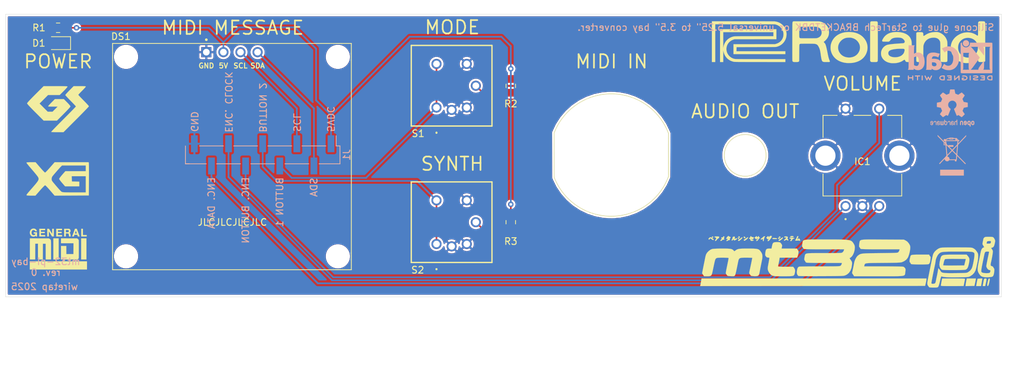
<source format=kicad_pcb>
(kicad_pcb (version 20171130) (host pcbnew "(5.1.6)-1")
  (layers (0 F.Cu signal) (31 B.Cu signal) (34 B.Paste user) (35 F.Paste user) (36 B.SilkS user) (37 F.SilkS user) (38 B.Mask user) (39 F.Mask user) (44 Edge.Cuts user))
  (net 0 "")
  (net 1 GND)
  (net 2 "Net-(D1-Pad2)")
  (net 3 SDA)
  (net 4 SCL)
  (net 5 +5V)
  (net 6 ENC_CLK)
  (net 7 ENC_DAT)
  (net 8 ENC_BTN)
  (net 9 BTN1)
  (net 10 BTN2)
  (net 11 "Net-(R2-Pad2)")
  (net 12 "Net-(R3-Pad2)")
  (module Symbol:WEEE-Logo_4.2x6mm_SilkScreen (layer B.Cu) (at 213.233 92.837 180)
    (fp_text reference REF** hide)
    (fp_text value WEEE-Logo_4.2x6mm_SilkScreen hide)
  )
  (module Symbol:OSHW-Logo2_7.3x6mm_SilkScreen (layer B.Cu) (at 213.2965 85.7885 180)
    (fp_text reference REF** hide)
    (fp_text value OSHW-Logo2_7.3x6mm_SilkScreen hide)
  )
  (module Symbol:KiCad-Logo2_5mm_SilkScreen (layer B.Cu) (at 212.979 78.6765 180)
    (fp_text reference REF** hide)
    (fp_text value KiCad-Logo2_5mm_SilkScreen hide)
  )
  (module SamacSys_Parts:Roland_GS_10mm (layer F.Cu) (at 80.3275 86.0425)
    (fp_text reference G*** hide)
    (fp_text value LOGO hide)
  )
  (module SamacSys_Parts:Yamaha_XG_10mm (layer F.Cu) (at 80.264 96.3295)
    (fp_text reference G*** hide)
    (fp_text value LOGO hide)
  )
  (module SamacSys_Parts:Roland-40mm (layer F.Cu) (at 197.866 76.0095)
    (fp_text reference G*** hide)
    (fp_text value LOGO hide)
  )
  (module SamacSys_Parts:General_MIDI_10mm (layer F.Cu) (at 80.391 106.807)
    (fp_text reference G*** hide)
    (fp_text value LOGO hide)
  )
  (module SamacSys_Parts:mt32-pi-45mm (layer F.Cu) (at 197.993 108.585)
    (fp_text reference G*** hide)
    (fp_text value LOGO hide)
  )
  (module SamacSys_Parts:Schurter_PG12 (layer F.Cu) (at 182.499 88.2015)
    (fp_text reference CON2 hide)
    (fp_text value Schurter_PG12)
  )
  (module SamacSys_Parts:Same_Sky_SD-LS_DIN5 (layer F.Cu) (at 162.6235 82.042)
    (fp_text reference CON1 hide)
    (fp_text value Same_Sky_SD-LS_DIN5)
  )
  (module LED_SMD:LED_0805_2012Metric_Pad1.15x1.40mm_HandSolder (layer F.Cu) (at 80.3185 76.1365 180)
    (fp_text reference D1 (at 2.8665 0) (layer F.SilkS))
    (fp_text value LED_Small)
    (pad 1 smd roundrect (at -1.025 0 180) (size 1.15 1.4) (layers F.Cu F.Paste F.Mask) (roundrect_rratio 0.217391) (net 1 GND))
    (pad 2 smd roundrect (at 1.025 0 180) (size 1.15 1.4) (layers F.Cu F.Paste F.Mask) (roundrect_rratio 0.217391) (net 2 "Net-(D1-Pad2)"))
  )
  (module SamacSys_Parts:LCD_OLED_128X64_1.3_I2C (layer F.Cu) (at 106.172 93.0275)
    (fp_text reference DS1 (at -16.51 -17.885) (layer F.SilkS))
    (fp_text value OLED_128X64_1.3_I2C)
    (pad None np_thru_hole circle (at 15.75 14.85) (size 3 3) (drill 3) (layers *.Cu *.Mask))
    (pad None np_thru_hole circle (at -15.75 14.85) (size 3 3) (drill 3) (layers *.Cu *.Mask))
    (pad None np_thru_hole circle (at -15.75 -14.85) (size 3 3) (drill 3) (layers *.Cu *.Mask))
    (pad None np_thru_hole circle (at 15.75 -14.85) (size 3 3) (drill 3) (layers *.Cu *.Mask))
    (pad 4 thru_hole circle (at 3.81 -15.55) (size 1.508 1.508) (drill 1) (layers *.Cu *.Mask) (net 3 SDA))
    (pad 3 thru_hole circle (at 1.27 -15.55) (size 1.508 1.508) (drill 1) (layers *.Cu *.Mask) (net 4 SCL))
    (pad 2 thru_hole circle (at -1.27 -15.55) (size 1.508 1.508) (drill 1) (layers *.Cu *.Mask) (net 5 +5V))
    (pad 1 thru_hole rect (at -3.81 -15.55) (size 1.508 1.508) (drill 1) (layers *.Cu *.Mask) (net 1 GND))
  )
  (module EC11E18244A5 (layer F.Cu) (at 197.4215 100.3935)
    (fp_text reference IC1 (at 2.5 -6.625) (layer F.SilkS))
    (fp_text value EC11E18244A5 hide)
    (pad A1 thru_hole circle (at 0 0) (size 1.5 1.5) (drill 1) (layers *.Cu *.Mask) (net 6 ENC_CLK))
    (pad B1 thru_hole circle (at 5 0) (size 1.5 1.5) (drill 1) (layers *.Cu *.Mask) (net 7 ENC_DAT))
    (pad C1 thru_hole circle (at 2.5 0) (size 1.5 1.5) (drill 1) (layers *.Cu *.Mask) (net 1 GND))
    (pad D1 thru_hole circle (at 0 -14.5) (size 1.5 1.5) (drill 1) (layers *.Cu *.Mask) (net 1 GND))
    (pad E1 thru_hole circle (at 5 -14.5) (size 1.5 1.5) (drill 1) (layers *.Cu *.Mask) (net 8 ENC_BTN))
    (pad MH1 thru_hole circle (at -3 -7.5) (size 4.503 4.503) (drill 3.00167) (layers *.Cu *.Mask) (net 1 GND))
    (pad MH2 thru_hole circle (at 8 -7.5) (size 4.503 4.503) (drill 3.00167) (layers *.Cu *.Mask) (net 1 GND))
  )
  (module Connector_PinHeader_2.54mm:PinHeader_1x09_P2.54mm_Vertical_SMD_Pin1Right (layer B.Cu) (at 110.744 92.7735 90)
    (fp_text reference J1 (at 0 12.49 90) (layer B.SilkS) (effects (justify mirror)))
    (fp_text value "Main Header")
    (pad 2 smd rect (at -1.655 7.62 90) (size 2.51 1) (layers B.Cu B.Paste B.Mask) (net 3 SDA))
    (pad 4 smd rect (at -1.655 2.54 90) (size 2.51 1) (layers B.Cu B.Paste B.Mask) (net 9 BTN1))
    (pad 6 smd rect (at -1.655 -2.54 90) (size 2.51 1) (layers B.Cu B.Paste B.Mask) (net 8 ENC_BTN))
    (pad 8 smd rect (at -1.655 -7.62 90) (size 2.51 1) (layers B.Cu B.Paste B.Mask) (net 7 ENC_DAT))
    (pad 1 smd rect (at 1.655 10.16 90) (size 2.51 1) (layers B.Cu B.Paste B.Mask) (net 5 +5V))
    (pad 3 smd rect (at 1.655 5.08 90) (size 2.51 1) (layers B.Cu B.Paste B.Mask) (net 4 SCL))
    (pad 5 smd rect (at 1.655 0 90) (size 2.51 1) (layers B.Cu B.Paste B.Mask) (net 10 BTN2))
    (pad 7 smd rect (at 1.655 -5.08 90) (size 2.51 1) (layers B.Cu B.Paste B.Mask) (net 6 ENC_CLK))
    (pad 9 smd rect (at 1.655 -10.16 90) (size 2.51 1) (layers B.Cu B.Paste B.Mask) (net 1 GND))
  )
  (module Resistor_SMD:R_0805_2012Metric_Pad1.15x1.40mm_HandSolder (layer F.Cu) (at 80.3185 73.8505)
    (fp_text reference R1 (at -2.8485 0) (layer F.SilkS))
    (fp_text value R_Small)
    (pad 1 smd roundrect (at -1.025 0) (size 1.15 1.4) (layers F.Cu F.Paste F.Mask) (roundrect_rratio 0.217391) (net 2 "Net-(D1-Pad2)"))
    (pad 2 smd roundrect (at 1.025 0) (size 1.15 1.4) (layers F.Cu F.Paste F.Mask) (roundrect_rratio 0.217391) (net 5 +5V))
  )
  (module Resistor_SMD:R_0805_2012Metric_Pad1.15x1.40mm_HandSolder (layer F.Cu) (at 147.6375 82.4955 270)
    (fp_text reference R2 (at 2.676 0 180) (layer F.SilkS))
    (fp_text value R_Small)
    (pad 1 smd roundrect (at -1.025 0 270) (size 1.15 1.4) (layers F.Cu F.Paste F.Mask) (roundrect_rratio 0.217391) (net 5 +5V))
    (pad 2 smd roundrect (at 1.025 0 270) (size 1.15 1.4) (layers F.Cu F.Paste F.Mask) (roundrect_rratio 0.217391) (net 11 "Net-(R2-Pad2)"))
  )
  (module Resistor_SMD:R_0805_2012Metric_Pad1.15x1.40mm_HandSolder (layer F.Cu) (at 147.6375 102.7975 270)
    (fp_text reference R3 (at 2.8575 0 180) (layer F.SilkS))
    (fp_text value R_Small)
    (pad 2 smd roundrect (at 1.025 0 270) (size 1.15 1.4) (layers F.Cu F.Paste F.Mask) (roundrect_rratio 0.217391) (net 12 "Net-(R3-Pad2)"))
    (pad 1 smd roundrect (at -1.025 0 270) (size 1.15 1.4) (layers F.Cu F.Paste F.Mask) (roundrect_rratio 0.217391) (net 5 +5V))
  )
  (module B3W9010R1N (layer F.Cu) (at 136.5885 85.725 270)
    (fp_text reference S1 (at 3.8735 2.7305 180) (layer F.SilkS))
    (fp_text value B3W-9010-R1N hide)
    (pad 1 thru_hole circle (at 0 0 270) (size 1.5 1.5) (drill 1) (layers *.Cu *.Mask) (net 9 BTN1))
    (pad 2 thru_hole circle (at -6.5 0 270) (size 1.5 1.5) (drill 1) (layers *.Cu *.Mask) (net 9 BTN1))
    (pad 3 thru_hole circle (at 0 -4.5 270) (size 1.5 1.5) (drill 1) (layers *.Cu *.Mask) (net 1 GND))
    (pad 4 thru_hole circle (at -6.5 -4.5 270) (size 1.5 1.5) (drill 1) (layers *.Cu *.Mask) (net 1 GND))
    (pad 5 thru_hole circle (at -3.25 -5.85 270) (size 1.5 1.5) (drill 1) (layers *.Cu *.Mask) (net 11 "Net-(R2-Pad2)"))
    (pad 6 thru_hole circle (at 0.35 -2.25 270) (size 1.5 1.5) (drill 1) (layers *.Cu *.Mask) (net 1 GND))
  )
  (module B3W9010R1N (layer F.Cu) (at 136.5885 106.045 270)
    (fp_text reference S2 (at 3.8735 2.794 180) (layer F.SilkS))
    (fp_text value B3W-9010-R1N hide)
    (pad 6 thru_hole circle (at 0.35 -2.25 270) (size 1.5 1.5) (drill 1) (layers *.Cu *.Mask) (net 1 GND))
    (pad 5 thru_hole circle (at -3.25 -5.85 270) (size 1.5 1.5) (drill 1) (layers *.Cu *.Mask) (net 12 "Net-(R3-Pad2)"))
    (pad 4 thru_hole circle (at -6.5 -4.5 270) (size 1.5 1.5) (drill 1) (layers *.Cu *.Mask) (net 1 GND))
    (pad 3 thru_hole circle (at 0 -4.5 270) (size 1.5 1.5) (drill 1) (layers *.Cu *.Mask) (net 1 GND))
    (pad 2 thru_hole circle (at -6.5 0 270) (size 1.5 1.5) (drill 1) (layers *.Cu *.Mask) (net 10 BTN2))
    (pad 1 thru_hole circle (at 0 0 270) (size 1.5 1.5) (drill 1) (layers *.Cu *.Mask) (net 10 BTN2))
  )
  (gr_text "mt32-pi-bay\nrev. 0" (at 78.486 109.474) (layer B.SilkS) (effects (font (size 1 1)) (justify mirror)))
  (gr_text "wiretap 2025" (at 78.2955 112.395) (layer B.SilkS) (effects (font (size 1 1)) (justify mirror)))
  (gr_text SDA (at 109.982 79.502) (layer F.SilkS) (effects (font (size 0.75 0.75))))
  (gr_text SCL (at 107.442 79.502) (layer F.SilkS) (effects (font (size 0.75 0.75))))
  (gr_text 5V (at 104.902 79.502) (layer F.SilkS) (effects (font (size 0.75 0.75))))
  (gr_text GND (at 102.362 79.502) (layer F.SilkS) (effects (font (size 0.75 0.75))))
  (gr_text JLCJLCJLCJLC (at 106.2355 102.8065) (layer F.SilkS) (effects (font (size 1 1))))
  (gr_text "Silicone glue to StarTech BRACKETDBK or universal 5.25\" to 3.5\" bay converter." (at 188.5315 73.787) (layer B.SilkS) (effects (font (size 1 1)) (justify mirror)))
  (gr_text VOLUME (at 199.9615 82.169) (layer F.SilkS) (effects (font (size 2 2) (thickness 0.25))))
  (gr_text "AUDIO OUT" (at 182.499 86.2965) (layer F.SilkS) (effects (font (size 2 2) (thickness 0.25))))
  (gr_text "MIDI IN" (at 162.6235 78.867) (layer F.SilkS) (effects (font (size 2 2) (thickness 0.25))))
  (gr_line (start 154.1145 96.139) (end 154.098366 89.465192) (layer Edge.Cuts) (width 0.05))
  (gr_line (start 171.037626 96.055622) (end 171.072551 89.5985) (layer Edge.Cuts) (width 0.05))
  (gr_arc (start 162.56 92.837) (end 154.1145 96.139) (angle -137.8558176) (layer Edge.Cuts) (width 0.05))
  (gr_arc (start 162.56 92.7735) (end 171.072551 89.5985) (angle -138.1911798) (layer Edge.Cuts) (width 0.05))
  (gr_circle (center 182.5105 92.837) (end 185.6105 92.837) (layer Edge.Cuts) (width 0.05))
  (gr_text GND (at 100.584 87.8205 270) (layer B.SilkS) (effects (font (size 1 1)) (justify mirror)))
  (gr_text "ENC. DATA" (at 103.124 99.949 90) (layer B.SilkS) (effects (font (size 1 1)) (justify mirror)))
  (gr_text "ENC. CLOCK" (at 105.664 84.8995 270) (layer B.SilkS) (effects (font (size 1 1)) (justify mirror)))
  (gr_text "ENC. BUTTON" (at 108.204 101.0285 90) (layer B.SilkS) (effects (font (size 1 1)) (justify mirror)))
  (gr_text "BUTTON 2" (at 110.744 85.725 270) (layer B.SilkS) (effects (font (size 1 1)) (justify mirror)))
  (gr_text "BUTTON 1" (at 113.284 99.822 90) (layer B.SilkS) (effects (font (size 1 1)) (justify mirror)))
  (gr_text SCL (at 115.824 87.9475 270) (layer B.SilkS) (effects (font (size 1 1)) (justify mirror)))
  (gr_text SDA (at 118.364 97.5995 90) (layer B.SilkS) (effects (font (size 1 1)) (justify mirror)))
  (gr_text 5VDC (at 120.8405 87.4395 270) (layer B.SilkS) (effects (font (size 1 1)) (justify mirror)))
  (gr_text POWER (at 80.3275 78.867) (layer F.SilkS) (effects (font (size 2 2) (thickness 0.25))))
  (gr_text SYNTH (at 138.938 94.107) (layer F.SilkS) (effects (font (size 2 2) (thickness 0.25))))
  (gr_text MODE (at 138.938 73.787) (layer F.SilkS) (effects (font (size 2 2) (thickness 0.25))))
  (gr_text "MIDI MESSAGE" (at 106.299 73.8505) (layer F.SilkS) (effects (font (size 2 2) (thickness 0.25))))
  (gr_line (start 72.517 71.8185) (end 72.517 113.919) (layer Edge.Cuts) (width 0.05))
  (gr_line (start 220.599 71.8185) (end 72.517 71.8185) (layer Edge.Cuts) (width 0.05))
  (gr_line (start 220.599 113.919) (end 220.599 71.8185) (layer Edge.Cuts) (width 0.05))
  (gr_line (start 72.517 113.919) (end 220.599 113.919) (layer Edge.Cuts) (width 0.05))
  (segment (start 79.2935 73.8505) (end 79.2935 76.1365) (width 0.25) (layer F.Cu) (net 2))
  (segment (start 118.364 85.8595) (end 109.982 77.4775) (width 0.25) (layer B.Cu) (net 3))
  (segment (start 118.364 94.4285) (end 118.364 85.8595) (width 0.25) (layer B.Cu) (net 3))
  (segment (start 115.824 85.852) (end 115.824 91.1185) (width 0.25) (layer B.Cu) (net 4))
  (segment (start 107.442 77.4775) (end 107.4495 77.4775) (width 0.25) (layer B.Cu) (net 4))
  (segment (start 107.4495 77.4775) (end 115.824 85.852) (width 0.25) (layer B.Cu) (net 4))
  (via (at 83.058 73.8505) (size 0.8) (drill 0.4) (layers F.Cu B.Cu) (net 5))
  (segment (start 81.3435 73.8505) (end 83.058 73.8505) (width 0.25) (layer F.Cu) (net 5))
  (segment (start 104.902 76.0095) (end 104.902 77.4775) (width 0.25) (layer B.Cu) (net 5))
  (segment (start 83.058 73.8505) (end 102.743 73.8505) (width 0.25) (layer B.Cu) (net 5))
  (segment (start 102.743 73.8505) (end 104.902 76.0095) (width 0.25) (layer B.Cu) (net 5))
  (segment (start 120.904 86.868) (end 118.6815 84.6455) (width 0.25) (layer B.Cu) (net 5))
  (segment (start 120.904 91.1185) (end 120.904 86.868) (width 0.25) (layer B.Cu) (net 5))
  (segment (start 118.6815 84.6455) (end 118.6815 76.962) (width 0.25) (layer B.Cu) (net 5))
  (segment (start 118.6815 76.962) (end 115.5065 73.787) (width 0.25) (layer B.Cu) (net 5))
  (segment (start 107.1245 73.787) (end 104.902 76.0095) (width 0.25) (layer B.Cu) (net 5))
  (segment (start 115.5065 73.787) (end 107.1245 73.787) (width 0.25) (layer B.Cu) (net 5))
  (segment (start 120.904 86.868) (end 128.3335 79.4385) (width 0.25) (layer B.Cu) (net 5))
  (segment (start 128.3335 79.4385) (end 132.588 75.184) (width 0.25) (layer B.Cu) (net 5))
  (segment (start 132.588 75.184) (end 146.2405 75.184) (width 0.25) (layer B.Cu) (net 5))
  (via (at 147.6375 79.9465) (size 0.8) (drill 0.4) (layers F.Cu B.Cu) (net 5))
  (segment (start 146.2405 75.184) (end 147.6375 76.581) (width 0.25) (layer B.Cu) (net 5))
  (segment (start 147.6375 76.581) (end 147.6375 79.9465) (width 0.25) (layer B.Cu) (net 5))
  (segment (start 147.6375 79.9465) (end 147.6375 81.4705) (width 0.25) (layer F.Cu) (net 5))
  (via (at 147.6375 100.1395) (size 0.8) (drill 0.4) (layers F.Cu B.Cu) (net 5))
  (segment (start 147.6375 79.9465) (end 147.6375 100.1395) (width 0.25) (layer B.Cu) (net 5))
  (segment (start 147.6375 100.1395) (end 147.6375 101.7725) (width 0.25) (layer F.Cu) (net 5))
  (segment (start 105.664 96.076911) (end 121.0351 111.448011) (width 0.25) (layer B.Cu) (net 6))
  (segment (start 186.366989 111.448011) (end 197.4215 100.3935) (width 0.25) (layer B.Cu) (net 6))
  (segment (start 105.664 91.1185) (end 105.664 96.076911) (width 0.25) (layer B.Cu) (net 6))
  (segment (start 121.0351 111.448011) (end 186.366989 111.448011) (width 0.25) (layer B.Cu) (net 6))
  (segment (start 103.124 96.0755) (end 118.946521 111.898021) (width 0.25) (layer B.Cu) (net 7))
  (segment (start 103.124 94.4285) (end 103.124 96.0755) (width 0.25) (layer B.Cu) (net 7))
  (segment (start 190.916979 111.898021) (end 202.4215 100.3935) (width 0.25) (layer B.Cu) (net 7))
  (segment (start 118.946521 111.898021) (end 190.916979 111.898021) (width 0.25) (layer B.Cu) (net 7))
  (segment (start 202.4215 91.012) (end 202.4215 85.8935) (width 0.25) (layer B.Cu) (net 8))
  (segment (start 196.1515 97.282) (end 202.4215 91.012) (width 0.25) (layer B.Cu) (net 8))
  (segment (start 186.18059 110.998) (end 196.1515 101.02709) (width 0.25) (layer B.Cu) (net 8))
  (segment (start 196.1515 101.02709) (end 196.1515 97.282) (width 0.25) (layer B.Cu) (net 8))
  (segment (start 121.2215 110.998) (end 186.18059 110.998) (width 0.25) (layer B.Cu) (net 8))
  (segment (start 108.204 94.4285) (end 108.204 97.9805) (width 0.25) (layer B.Cu) (net 8))
  (segment (start 108.204 97.9805) (end 121.2215 110.998) (width 0.25) (layer B.Cu) (net 8))
  (segment (start 136.5885 79.225) (end 136.5885 85.725) (width 0.25) (layer F.Cu) (net 9))
  (segment (start 115.052489 96.196989) (end 126.116511 96.196989) (width 0.25) (layer B.Cu) (net 9))
  (segment (start 126.116511 96.196989) (end 136.5885 85.725) (width 0.25) (layer B.Cu) (net 9))
  (segment (start 113.284 94.4285) (end 115.052489 96.196989) (width 0.25) (layer B.Cu) (net 9))
  (segment (start 136.5885 99.545) (end 136.5885 106.045) (width 0.25) (layer F.Cu) (net 10))
  (segment (start 133.6905 96.647) (end 136.5885 99.545) (width 0.25) (layer B.Cu) (net 10))
  (segment (start 112.8395 96.647) (end 133.6905 96.647) (width 0.25) (layer B.Cu) (net 10))
  (segment (start 110.744 91.1185) (end 110.744 94.5515) (width 0.25) (layer B.Cu) (net 10))
  (segment (start 110.744 94.5515) (end 112.8395 96.647) (width 0.25) (layer B.Cu) (net 10))
  (segment (start 143.484 83.5205) (end 142.4385 82.475) (width 0.25) (layer F.Cu) (net 11))
  (segment (start 147.6375 83.5205) (end 143.484 83.5205) (width 0.25) (layer F.Cu) (net 11))
  (segment (start 143.466 103.8225) (end 142.4385 102.795) (width 0.25) (layer F.Cu) (net 12))
  (segment (start 147.6375 103.8225) (end 143.466 103.8225) (width 0.25) (layer F.Cu) (net 12))
  (zone (net 1) (net_name GND) (layer F.Cu) (connect_pads (clearance 0.3)) (min_thickness 0.254) (fill yes (arc_segments 32) (thermal_gap 0.3) (thermal_bridge_width 0.3))
    (polygon (pts (xy 220.98 114.3) (xy 72.136 114.3) (xy 72.136 71.4375) (xy 220.98 71.4375)))
  )
  (zone (net 1) (net_name GND) (layer B.Cu) (connect_pads (clearance 0.3)) (min_thickness 0.254) (fill yes (arc_segments 32) (thermal_gap 0.3) (thermal_bridge_width 0.3))
    (polygon (pts (xy 220.98 114.3) (xy 72.136 114.3) (xy 72.136 71.4375) (xy 220.98 71.4375)))
  )
)
</source>
